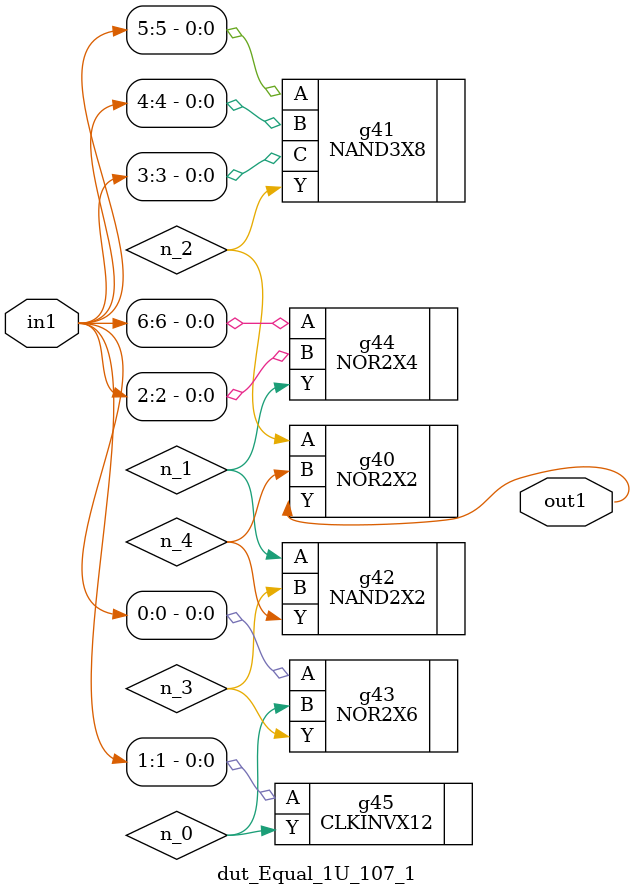
<source format=v>
`timescale 1ps / 1ps


module dut_Equal_1U_107_1(in1, out1);
  input [6:0] in1;
  output out1;
  wire [6:0] in1;
  wire out1;
  wire n_0, n_1, n_2, n_3, n_4;
  NOR2X2 g40(.A (n_2), .B (n_4), .Y (out1));
  NAND2X2 g42(.A (n_1), .B (n_3), .Y (n_4));
  NOR2X6 g43(.A (in1[0]), .B (n_0), .Y (n_3));
  NAND3X8 g41(.A (in1[5]), .B (in1[4]), .C (in1[3]), .Y (n_2));
  NOR2X4 g44(.A (in1[6]), .B (in1[2]), .Y (n_1));
  CLKINVX12 g45(.A (in1[1]), .Y (n_0));
endmodule



</source>
